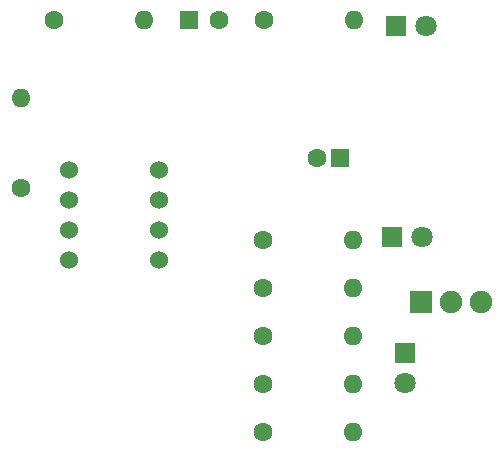
<source format=gbr>
%TF.GenerationSoftware,KiCad,Pcbnew,7.0.2*%
%TF.CreationDate,2023-05-19T20:53:45+09:00*%
%TF.ProjectId,555_practice,3535355f-7072-4616-9374-6963652e6b69,rev?*%
%TF.SameCoordinates,Original*%
%TF.FileFunction,Soldermask,Bot*%
%TF.FilePolarity,Negative*%
%FSLAX46Y46*%
G04 Gerber Fmt 4.6, Leading zero omitted, Abs format (unit mm)*
G04 Created by KiCad (PCBNEW 7.0.2) date 2023-05-19 20:53:45*
%MOMM*%
%LPD*%
G01*
G04 APERTURE LIST*
%ADD10R,1.600000X1.600000*%
%ADD11C,1.600000*%
%ADD12C,1.524000*%
%ADD13O,1.600000X1.600000*%
%ADD14R,1.800000X1.800000*%
%ADD15C,1.800000*%
%ADD16R,1.900000X1.900000*%
%ADD17C,1.900000*%
G04 APERTURE END LIST*
D10*
%TO.C,C2*%
X83820000Y-96520000D03*
D11*
X86320000Y-96520000D03*
%TD*%
D12*
%TO.C,U1*%
X81280000Y-116840000D03*
X81280000Y-114300000D03*
X81280000Y-111760000D03*
X81280000Y-109220000D03*
X73660000Y-109220000D03*
X73660000Y-111760000D03*
X73660000Y-114300000D03*
X73660000Y-116840000D03*
%TD*%
D11*
%TO.C,R1*%
X69596000Y-110744000D03*
D13*
X69596000Y-103124000D03*
%TD*%
D11*
%TO.C,R2*%
X72390000Y-96520000D03*
D13*
X80010000Y-96520000D03*
%TD*%
D11*
%TO.C,Q1*%
X90170000Y-96520000D03*
D13*
X97790000Y-96520000D03*
%TD*%
D11*
%TO.C,R5*%
X90076200Y-123273000D03*
D13*
X97696200Y-123273000D03*
%TD*%
D11*
%TO.C,R4*%
X90076200Y-119223000D03*
D13*
X97696200Y-119223000D03*
%TD*%
D14*
%TO.C,BAT1*%
X101341000Y-97028000D03*
D15*
X103881000Y-97028000D03*
%TD*%
D11*
%TO.C,R6*%
X90076200Y-127323000D03*
D13*
X97696200Y-127323000D03*
%TD*%
D10*
%TO.C,C1*%
X96580888Y-108204000D03*
D11*
X94580888Y-108204000D03*
%TD*%
%TO.C,R3*%
X90076200Y-115173000D03*
D13*
X97696200Y-115173000D03*
%TD*%
D14*
%TO.C,D1*%
X102108000Y-124709000D03*
D15*
X102108000Y-127249000D03*
%TD*%
D11*
%TO.C,R7*%
X90076200Y-131373000D03*
D13*
X97696200Y-131373000D03*
%TD*%
D14*
%TO.C,D2*%
X100946200Y-114873000D03*
D15*
X103486200Y-114873000D03*
%TD*%
D16*
%TO.C,S1*%
X103466200Y-120423000D03*
D17*
X105966200Y-120423000D03*
X108466200Y-120423000D03*
%TD*%
M02*

</source>
